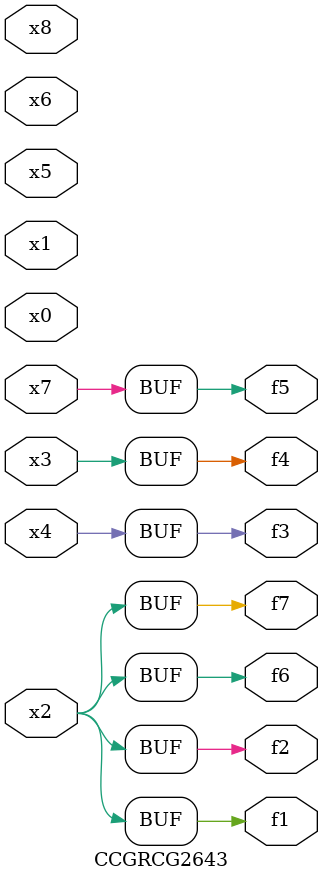
<source format=v>
module CCGRCG2643(
	input x0, x1, x2, x3, x4, x5, x6, x7, x8,
	output f1, f2, f3, f4, f5, f6, f7
);
	assign f1 = x2;
	assign f2 = x2;
	assign f3 = x4;
	assign f4 = x3;
	assign f5 = x7;
	assign f6 = x2;
	assign f7 = x2;
endmodule

</source>
